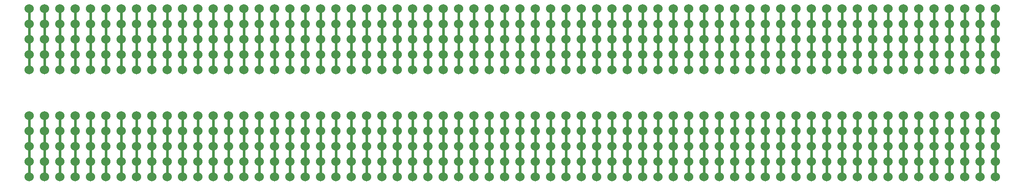
<source format=gbr>
%TF.GenerationSoftware,KiCad,Pcbnew,5.1.9-73d0e3b20d~88~ubuntu20.04.1*%
%TF.CreationDate,2021-01-27T17:20:26-06:00*%
%TF.ProjectId,ProtoPCBs,50726f74-6f50-4434-9273-2e6b69636164,rev?*%
%TF.SameCoordinates,Original*%
%TF.FileFunction,Copper,L1,Top*%
%TF.FilePolarity,Positive*%
%FSLAX46Y46*%
G04 Gerber Fmt 4.6, Leading zero omitted, Abs format (unit mm)*
G04 Created by KiCad (PCBNEW 5.1.9-73d0e3b20d~88~ubuntu20.04.1) date 2021-01-27 17:20:26*
%MOMM*%
%LPD*%
G01*
G04 APERTURE LIST*
%TA.AperFunction,ComponentPad*%
%ADD10C,1.524000*%
%TD*%
%TA.AperFunction,Conductor*%
%ADD11C,0.406400*%
%TD*%
G04 APERTURE END LIST*
D10*
%TO.P,REF\u002A\u002A,1*%
%TO.N,N/C*%
X71120000Y-83820000D03*
X228600000Y-86360000D03*
X226060000Y-86360000D03*
X223520000Y-83820000D03*
X231140000Y-91440000D03*
X226060000Y-93980000D03*
X226060000Y-91440000D03*
X208280000Y-83820000D03*
X195580000Y-88900000D03*
X160020000Y-88900000D03*
X167640000Y-83820000D03*
X175260000Y-83820000D03*
X177800000Y-91440000D03*
X177800000Y-88900000D03*
X187960000Y-91440000D03*
X180340000Y-83820000D03*
X175260000Y-91440000D03*
X160020000Y-91440000D03*
X180340000Y-88900000D03*
X187960000Y-83820000D03*
X195580000Y-93980000D03*
X193040000Y-88900000D03*
X160020000Y-93980000D03*
X203200000Y-86360000D03*
X193040000Y-91440000D03*
X210820000Y-86360000D03*
X175260000Y-88900000D03*
X190500000Y-83820000D03*
X167640000Y-93980000D03*
X198120000Y-93980000D03*
X195580000Y-83820000D03*
X165100000Y-83820000D03*
X180340000Y-86360000D03*
X154940000Y-93980000D03*
X157480000Y-88900000D03*
X218440000Y-91440000D03*
X218440000Y-88900000D03*
X218440000Y-86360000D03*
X231140000Y-93980000D03*
X220980000Y-86360000D03*
X226060000Y-88900000D03*
X185420000Y-88900000D03*
X172720000Y-91440000D03*
X190500000Y-86360000D03*
X215900000Y-93980000D03*
X213360000Y-88900000D03*
X223520000Y-86360000D03*
X213360000Y-91440000D03*
X231140000Y-86360000D03*
X218440000Y-93980000D03*
X208280000Y-93980000D03*
X177800000Y-86360000D03*
X167640000Y-91440000D03*
X190500000Y-93980000D03*
X182880000Y-91440000D03*
X182880000Y-93980000D03*
X177800000Y-93980000D03*
X162560000Y-88900000D03*
X210820000Y-83820000D03*
X195580000Y-86360000D03*
X208280000Y-91440000D03*
X200660000Y-83820000D03*
X182880000Y-88900000D03*
X165100000Y-93980000D03*
X165100000Y-88900000D03*
X154940000Y-86360000D03*
X157480000Y-93980000D03*
X170180000Y-93980000D03*
X198120000Y-83820000D03*
X193040000Y-83820000D03*
X157480000Y-86360000D03*
X71120000Y-93980000D03*
X81280000Y-86360000D03*
X134620000Y-83820000D03*
X142240000Y-91440000D03*
X142240000Y-93980000D03*
X139700000Y-91440000D03*
X139700000Y-93980000D03*
X106680000Y-93980000D03*
X106680000Y-88900000D03*
X104140000Y-83820000D03*
X93980000Y-93980000D03*
X152400000Y-83820000D03*
X152400000Y-93980000D03*
X162560000Y-86360000D03*
X215900000Y-83820000D03*
X223520000Y-91440000D03*
X223520000Y-93980000D03*
X220980000Y-91440000D03*
X220980000Y-93980000D03*
X187960000Y-93980000D03*
X187960000Y-88900000D03*
X185420000Y-83820000D03*
X175260000Y-93980000D03*
X195580000Y-91440000D03*
X200660000Y-88900000D03*
X215900000Y-91440000D03*
X220980000Y-88900000D03*
X223520000Y-88900000D03*
X203200000Y-88900000D03*
X165100000Y-86360000D03*
X172720000Y-88900000D03*
X210820000Y-88900000D03*
X182880000Y-83820000D03*
X190500000Y-91440000D03*
X152400000Y-86360000D03*
X172720000Y-86360000D03*
X172720000Y-93980000D03*
X193040000Y-86360000D03*
X114300000Y-91440000D03*
X119380000Y-88900000D03*
X170180000Y-88900000D03*
X177800000Y-83820000D03*
X134620000Y-91440000D03*
X139700000Y-88900000D03*
X142240000Y-88900000D03*
X152400000Y-88900000D03*
X121920000Y-88900000D03*
X83820000Y-86360000D03*
X91440000Y-88900000D03*
X129540000Y-88900000D03*
X101600000Y-83820000D03*
X109220000Y-91440000D03*
X71120000Y-86360000D03*
X91440000Y-86360000D03*
X154940000Y-83820000D03*
X91440000Y-93980000D03*
X205740000Y-83820000D03*
X162560000Y-93980000D03*
X111760000Y-86360000D03*
X111760000Y-93980000D03*
X99060000Y-91440000D03*
X99060000Y-93980000D03*
X83820000Y-83820000D03*
X99060000Y-86360000D03*
X73660000Y-93980000D03*
X76200000Y-88900000D03*
X167640000Y-88900000D03*
X231140000Y-88900000D03*
X213360000Y-86360000D03*
X213360000Y-93980000D03*
X228600000Y-93980000D03*
X228600000Y-83820000D03*
X215900000Y-88900000D03*
X162560000Y-83820000D03*
X193040000Y-93980000D03*
X180340000Y-91440000D03*
X180340000Y-93980000D03*
X170180000Y-91440000D03*
X231140000Y-83820000D03*
X215900000Y-86360000D03*
X228600000Y-91440000D03*
X220980000Y-83820000D03*
X218440000Y-83820000D03*
X160020000Y-83820000D03*
X175260000Y-86360000D03*
X154940000Y-91440000D03*
X165100000Y-91440000D03*
X203200000Y-91440000D03*
X203200000Y-93980000D03*
X200660000Y-91440000D03*
X200660000Y-93980000D03*
X208280000Y-86360000D03*
X226060000Y-83820000D03*
X162560000Y-91440000D03*
X208280000Y-88900000D03*
X185420000Y-91440000D03*
X182880000Y-86360000D03*
X185420000Y-86360000D03*
X205740000Y-86360000D03*
X203200000Y-83820000D03*
X210820000Y-91440000D03*
X205740000Y-93980000D03*
X205740000Y-91440000D03*
X172720000Y-83820000D03*
X187960000Y-86360000D03*
X185420000Y-93980000D03*
X157480000Y-83820000D03*
X198120000Y-91440000D03*
X198120000Y-88900000D03*
X198120000Y-86360000D03*
X210820000Y-93980000D03*
X154940000Y-88900000D03*
X170180000Y-83820000D03*
X152400000Y-91440000D03*
X170180000Y-86360000D03*
X200660000Y-86360000D03*
X205740000Y-88900000D03*
X190500000Y-88900000D03*
X167640000Y-86360000D03*
X213360000Y-83820000D03*
X228600000Y-88900000D03*
X137160000Y-91440000D03*
X137160000Y-88900000D03*
X137160000Y-86360000D03*
X149860000Y-93980000D03*
X139700000Y-86360000D03*
X144780000Y-88900000D03*
X104140000Y-88900000D03*
X91440000Y-91440000D03*
X109220000Y-86360000D03*
X134620000Y-93980000D03*
X132080000Y-88900000D03*
X142240000Y-86360000D03*
X132080000Y-91440000D03*
X149860000Y-86360000D03*
X137160000Y-93980000D03*
X127000000Y-93980000D03*
X96520000Y-86360000D03*
X86360000Y-91440000D03*
X109220000Y-93980000D03*
X101600000Y-91440000D03*
X101600000Y-93980000D03*
X96520000Y-93980000D03*
X81280000Y-88900000D03*
X147320000Y-86360000D03*
X144780000Y-86360000D03*
X142240000Y-83820000D03*
X149860000Y-91440000D03*
X144780000Y-93980000D03*
X144780000Y-91440000D03*
X127000000Y-83820000D03*
X114300000Y-88900000D03*
X78740000Y-88900000D03*
X86360000Y-83820000D03*
X93980000Y-83820000D03*
X96520000Y-91440000D03*
X96520000Y-88900000D03*
X106680000Y-91440000D03*
X99060000Y-83820000D03*
X93980000Y-91440000D03*
X78740000Y-91440000D03*
X99060000Y-88900000D03*
X106680000Y-83820000D03*
X114300000Y-93980000D03*
X111760000Y-88900000D03*
X78740000Y-93980000D03*
X121920000Y-86360000D03*
X111760000Y-91440000D03*
X129540000Y-86360000D03*
X93980000Y-88900000D03*
X109220000Y-83820000D03*
X86360000Y-93980000D03*
X157480000Y-91440000D03*
X86360000Y-88900000D03*
X149860000Y-88900000D03*
X132080000Y-86360000D03*
X132080000Y-93980000D03*
X147320000Y-93980000D03*
X147320000Y-83820000D03*
X134620000Y-88900000D03*
X81280000Y-83820000D03*
X116840000Y-93980000D03*
X114300000Y-83820000D03*
X88900000Y-91440000D03*
X149860000Y-83820000D03*
X134620000Y-86360000D03*
X147320000Y-91440000D03*
X139700000Y-83820000D03*
X137160000Y-83820000D03*
X78740000Y-83820000D03*
X93980000Y-86360000D03*
X73660000Y-91440000D03*
X83820000Y-91440000D03*
X121920000Y-91440000D03*
X121920000Y-93980000D03*
X119380000Y-91440000D03*
X119380000Y-93980000D03*
X127000000Y-86360000D03*
X144780000Y-83820000D03*
X101600000Y-86360000D03*
X104140000Y-86360000D03*
X124460000Y-86360000D03*
X121920000Y-83820000D03*
X129540000Y-91440000D03*
X124460000Y-93980000D03*
X124460000Y-91440000D03*
X91440000Y-83820000D03*
X106680000Y-86360000D03*
X104140000Y-93980000D03*
X76200000Y-83820000D03*
X116840000Y-91440000D03*
X116840000Y-88900000D03*
X116840000Y-86360000D03*
X129540000Y-93980000D03*
X73660000Y-88900000D03*
X88900000Y-83820000D03*
X71120000Y-91440000D03*
X88900000Y-86360000D03*
X119380000Y-86360000D03*
X124460000Y-88900000D03*
X109220000Y-88900000D03*
X86360000Y-86360000D03*
X132080000Y-83820000D03*
X147320000Y-88900000D03*
X129540000Y-83820000D03*
X114300000Y-86360000D03*
X127000000Y-91440000D03*
X119380000Y-83820000D03*
X101600000Y-88900000D03*
X83820000Y-93980000D03*
X83820000Y-88900000D03*
X73660000Y-86360000D03*
X76200000Y-93980000D03*
X88900000Y-93980000D03*
X116840000Y-83820000D03*
X111760000Y-83820000D03*
X127000000Y-88900000D03*
X124460000Y-83820000D03*
X160020000Y-86360000D03*
X88900000Y-88900000D03*
X104140000Y-91440000D03*
X96520000Y-83820000D03*
X81280000Y-93980000D03*
X71120000Y-88900000D03*
X76200000Y-86360000D03*
X78740000Y-86360000D03*
X73660000Y-83820000D03*
X76200000Y-91440000D03*
X81280000Y-91440000D03*
X152400000Y-66040000D03*
X152400000Y-76200000D03*
X162560000Y-68580000D03*
X215900000Y-66040000D03*
X223520000Y-73660000D03*
X223520000Y-76200000D03*
X220980000Y-73660000D03*
X220980000Y-76200000D03*
X187960000Y-76200000D03*
X187960000Y-71120000D03*
X185420000Y-66040000D03*
X175260000Y-76200000D03*
X195580000Y-73660000D03*
X200660000Y-71120000D03*
X215900000Y-73660000D03*
X220980000Y-71120000D03*
X223520000Y-71120000D03*
X203200000Y-71120000D03*
X165100000Y-68580000D03*
X172720000Y-71120000D03*
X210820000Y-71120000D03*
X182880000Y-66040000D03*
X190500000Y-73660000D03*
X152400000Y-68580000D03*
X172720000Y-68580000D03*
X172720000Y-76200000D03*
X193040000Y-68580000D03*
X193040000Y-76200000D03*
X180340000Y-73660000D03*
X180340000Y-76200000D03*
X165100000Y-66040000D03*
X180340000Y-68580000D03*
X154940000Y-76200000D03*
X157480000Y-71120000D03*
X218440000Y-73660000D03*
X218440000Y-71120000D03*
X218440000Y-68580000D03*
X231140000Y-76200000D03*
X220980000Y-68580000D03*
X226060000Y-71120000D03*
X185420000Y-71120000D03*
X172720000Y-73660000D03*
X190500000Y-68580000D03*
X215900000Y-76200000D03*
X213360000Y-71120000D03*
X223520000Y-68580000D03*
X213360000Y-73660000D03*
X231140000Y-68580000D03*
X218440000Y-76200000D03*
X208280000Y-76200000D03*
X177800000Y-68580000D03*
X167640000Y-73660000D03*
X190500000Y-76200000D03*
X182880000Y-73660000D03*
X182880000Y-76200000D03*
X177800000Y-76200000D03*
X162560000Y-71120000D03*
X228600000Y-68580000D03*
X226060000Y-68580000D03*
X223520000Y-66040000D03*
X231140000Y-73660000D03*
X226060000Y-76200000D03*
X226060000Y-73660000D03*
X208280000Y-66040000D03*
X195580000Y-71120000D03*
X160020000Y-71120000D03*
X167640000Y-66040000D03*
X175260000Y-66040000D03*
X177800000Y-73660000D03*
X177800000Y-71120000D03*
X187960000Y-73660000D03*
X180340000Y-66040000D03*
X175260000Y-73660000D03*
X160020000Y-73660000D03*
X180340000Y-71120000D03*
X187960000Y-66040000D03*
X195580000Y-76200000D03*
X193040000Y-71120000D03*
X160020000Y-76200000D03*
X203200000Y-68580000D03*
X193040000Y-73660000D03*
X210820000Y-68580000D03*
X175260000Y-71120000D03*
X190500000Y-66040000D03*
X167640000Y-76200000D03*
X167640000Y-71120000D03*
X231140000Y-71120000D03*
X213360000Y-68580000D03*
X213360000Y-76200000D03*
X228600000Y-76200000D03*
X228600000Y-66040000D03*
X215900000Y-71120000D03*
X162560000Y-66040000D03*
X198120000Y-76200000D03*
X195580000Y-66040000D03*
X170180000Y-73660000D03*
X231140000Y-66040000D03*
X215900000Y-68580000D03*
X228600000Y-73660000D03*
X220980000Y-66040000D03*
X218440000Y-66040000D03*
X160020000Y-66040000D03*
X175260000Y-68580000D03*
X154940000Y-73660000D03*
X165100000Y-73660000D03*
X203200000Y-73660000D03*
X203200000Y-76200000D03*
X200660000Y-73660000D03*
X200660000Y-76200000D03*
X208280000Y-68580000D03*
X226060000Y-66040000D03*
X182880000Y-68580000D03*
X185420000Y-68580000D03*
X205740000Y-68580000D03*
X203200000Y-66040000D03*
X210820000Y-73660000D03*
X205740000Y-76200000D03*
X205740000Y-73660000D03*
X172720000Y-66040000D03*
X187960000Y-68580000D03*
X185420000Y-76200000D03*
X157480000Y-66040000D03*
X198120000Y-73660000D03*
X198120000Y-71120000D03*
X198120000Y-68580000D03*
X210820000Y-76200000D03*
X154940000Y-71120000D03*
X170180000Y-66040000D03*
X152400000Y-73660000D03*
X170180000Y-68580000D03*
X200660000Y-68580000D03*
X205740000Y-71120000D03*
X190500000Y-71120000D03*
X167640000Y-68580000D03*
X213360000Y-66040000D03*
X228600000Y-71120000D03*
X210820000Y-66040000D03*
X195580000Y-68580000D03*
X208280000Y-73660000D03*
X200660000Y-66040000D03*
X182880000Y-71120000D03*
X165100000Y-76200000D03*
X165100000Y-71120000D03*
X154940000Y-68580000D03*
X157480000Y-76200000D03*
X170180000Y-76200000D03*
X198120000Y-66040000D03*
X193040000Y-66040000D03*
X208280000Y-71120000D03*
X205740000Y-66040000D03*
X170180000Y-71120000D03*
X185420000Y-73660000D03*
X177800000Y-66040000D03*
X162560000Y-76200000D03*
X152400000Y-71120000D03*
X157480000Y-68580000D03*
X160020000Y-68580000D03*
X154940000Y-66040000D03*
X157480000Y-73660000D03*
X162560000Y-73660000D03*
X134620000Y-73660000D03*
X139700000Y-71120000D03*
X142240000Y-71120000D03*
X149860000Y-71120000D03*
X132080000Y-68580000D03*
X132080000Y-76200000D03*
X147320000Y-76200000D03*
X147320000Y-66040000D03*
X134620000Y-71120000D03*
X134620000Y-76200000D03*
X132080000Y-71120000D03*
X142240000Y-68580000D03*
X132080000Y-73660000D03*
X149860000Y-68580000D03*
X137160000Y-76200000D03*
X134620000Y-66040000D03*
X142240000Y-73660000D03*
X142240000Y-76200000D03*
X139700000Y-73660000D03*
X139700000Y-76200000D03*
X147320000Y-68580000D03*
X144780000Y-68580000D03*
X142240000Y-66040000D03*
X149860000Y-73660000D03*
X144780000Y-76200000D03*
X144780000Y-73660000D03*
X137160000Y-73660000D03*
X137160000Y-71120000D03*
X137160000Y-68580000D03*
X149860000Y-76200000D03*
X139700000Y-68580000D03*
X144780000Y-71120000D03*
X149860000Y-66040000D03*
X134620000Y-68580000D03*
X147320000Y-73660000D03*
X139700000Y-66040000D03*
X137160000Y-66040000D03*
X132080000Y-66040000D03*
X147320000Y-71120000D03*
X144780000Y-66040000D03*
X127000000Y-76200000D03*
X127000000Y-71120000D03*
X124460000Y-66040000D03*
X114300000Y-76200000D03*
X111760000Y-71120000D03*
X121920000Y-66040000D03*
X129540000Y-73660000D03*
X111760000Y-68580000D03*
X111760000Y-76200000D03*
X119380000Y-73660000D03*
X119380000Y-76200000D03*
X119380000Y-68580000D03*
X124460000Y-71120000D03*
X111760000Y-73660000D03*
X129540000Y-68580000D03*
X116840000Y-68580000D03*
X129540000Y-76200000D03*
X121920000Y-73660000D03*
X121920000Y-76200000D03*
X116840000Y-76200000D03*
X114300000Y-66040000D03*
X116840000Y-73660000D03*
X116840000Y-71120000D03*
X127000000Y-73660000D03*
X119380000Y-66040000D03*
X114300000Y-73660000D03*
X119380000Y-71120000D03*
X127000000Y-66040000D03*
X114300000Y-71120000D03*
X129540000Y-66040000D03*
X114300000Y-68580000D03*
X121920000Y-68580000D03*
X124460000Y-68580000D03*
X111760000Y-66040000D03*
X127000000Y-68580000D03*
X124460000Y-76200000D03*
X129540000Y-71120000D03*
X121920000Y-71120000D03*
X124460000Y-73660000D03*
X116840000Y-66040000D03*
X91440000Y-66040000D03*
X91440000Y-76200000D03*
X101600000Y-68580000D03*
X104140000Y-68580000D03*
X91440000Y-68580000D03*
X104140000Y-66040000D03*
X93980000Y-76200000D03*
X96520000Y-71120000D03*
X106680000Y-73660000D03*
X101600000Y-71120000D03*
X99060000Y-71120000D03*
X106680000Y-66040000D03*
X99060000Y-73660000D03*
X99060000Y-76200000D03*
X106680000Y-76200000D03*
X106680000Y-71120000D03*
X101600000Y-66040000D03*
X109220000Y-73660000D03*
X99060000Y-66040000D03*
X93980000Y-73660000D03*
X104140000Y-73660000D03*
X96520000Y-66040000D03*
X93980000Y-71120000D03*
X109220000Y-66040000D03*
X91440000Y-73660000D03*
X109220000Y-68580000D03*
X106680000Y-68580000D03*
X104140000Y-76200000D03*
X104140000Y-71120000D03*
X93980000Y-68580000D03*
X96520000Y-76200000D03*
X109220000Y-76200000D03*
X109220000Y-71120000D03*
X101600000Y-76200000D03*
X91440000Y-71120000D03*
X96520000Y-68580000D03*
X99060000Y-68580000D03*
X93980000Y-66040000D03*
X96520000Y-73660000D03*
X101600000Y-73660000D03*
X88900000Y-73660000D03*
X88900000Y-66040000D03*
X88900000Y-76200000D03*
X88900000Y-71120000D03*
X88900000Y-68580000D03*
X86360000Y-68580000D03*
X86360000Y-66040000D03*
X86360000Y-73660000D03*
X86360000Y-76200000D03*
X86360000Y-71120000D03*
X83820000Y-68580000D03*
X83820000Y-71120000D03*
X83820000Y-66040000D03*
X83820000Y-76200000D03*
X83820000Y-73660000D03*
X81280000Y-71120000D03*
X81280000Y-73660000D03*
X81280000Y-76200000D03*
X81280000Y-66040000D03*
X81280000Y-68580000D03*
X78740000Y-71120000D03*
X78740000Y-66040000D03*
X78740000Y-76200000D03*
X78740000Y-68580000D03*
X78740000Y-73660000D03*
X76200000Y-76200000D03*
X76200000Y-73660000D03*
X76200000Y-71120000D03*
X76200000Y-68580000D03*
X76200000Y-66040000D03*
X73660000Y-66040000D03*
X73660000Y-76200000D03*
X73660000Y-68580000D03*
X73660000Y-73660000D03*
X73660000Y-71120000D03*
X71120000Y-76200000D03*
X71120000Y-73660000D03*
X71120000Y-71120000D03*
X71120000Y-68580000D03*
X71120000Y-66040000D03*
%TD*%
D11*
%TO.N,*%
X71120000Y-66040000D02*
X71120000Y-76200000D01*
X73660000Y-66040000D02*
X73660000Y-76200000D01*
X76200000Y-66040000D02*
X76200000Y-76200000D01*
X78740000Y-66040000D02*
X78740000Y-76200000D01*
X81280000Y-66040000D02*
X81280000Y-76200000D01*
X83820000Y-66040000D02*
X83820000Y-76200000D01*
X86360000Y-66040000D02*
X86360000Y-76200000D01*
X88900000Y-66040000D02*
X88900000Y-76200000D01*
X104140000Y-66040000D02*
X104140000Y-76200000D01*
X93980000Y-66040000D02*
X93980000Y-76200000D01*
X99060000Y-66040000D02*
X99060000Y-76200000D01*
X91440000Y-66040000D02*
X91440000Y-76200000D01*
X106680000Y-66040000D02*
X106680000Y-76200000D01*
X96520000Y-66040000D02*
X96520000Y-76200000D01*
X109220000Y-66040000D02*
X109220000Y-76200000D01*
X101600000Y-66040000D02*
X101600000Y-76200000D01*
X127000000Y-66040000D02*
X127000000Y-76200000D01*
X114300000Y-66040000D02*
X114300000Y-76200000D01*
X124460000Y-66040000D02*
X124460000Y-76200000D01*
X111760000Y-66040000D02*
X111760000Y-76200000D01*
X129540000Y-66040000D02*
X129540000Y-76200000D01*
X116840000Y-66040000D02*
X116840000Y-76200000D01*
X121920000Y-66040000D02*
X121920000Y-76200000D01*
X119380000Y-66040000D02*
X119380000Y-76200000D01*
X132080000Y-66040000D02*
X132080000Y-76200000D01*
X149860000Y-66040000D02*
X149860000Y-76200000D01*
X137160000Y-66040000D02*
X137160000Y-76200000D01*
X144780000Y-66040000D02*
X144780000Y-76200000D01*
X147320000Y-66040000D02*
X147320000Y-76200000D01*
X134620000Y-66040000D02*
X134620000Y-76200000D01*
X139700000Y-66040000D02*
X139700000Y-76200000D01*
X142240000Y-66040000D02*
X142240000Y-76200000D01*
X167640000Y-66040000D02*
X167640000Y-76200000D01*
X160020000Y-66040000D02*
X160020000Y-76200000D01*
X170180000Y-66040000D02*
X170180000Y-76200000D01*
X165100000Y-66040000D02*
X165100000Y-76200000D01*
X157480000Y-66040000D02*
X157480000Y-76200000D01*
X154940000Y-66040000D02*
X154940000Y-76200000D01*
X162560000Y-66040000D02*
X162560000Y-76200000D01*
X152400000Y-66040000D02*
X152400000Y-76200000D01*
X177800000Y-66040000D02*
X177800000Y-76200000D01*
X180340000Y-66040000D02*
X180340000Y-76200000D01*
X187960000Y-66040000D02*
X187960000Y-76200000D01*
X172720000Y-66040000D02*
X172720000Y-76200000D01*
X190500000Y-66040000D02*
X190500000Y-76200000D01*
X182880000Y-66040000D02*
X182880000Y-76200000D01*
X185420000Y-66040000D02*
X185420000Y-76200000D01*
X175260000Y-66040000D02*
X175260000Y-76200000D01*
X203200000Y-66040000D02*
X203200000Y-76200000D01*
X193040000Y-66040000D02*
X193040000Y-76200000D01*
X200660000Y-66040000D02*
X200660000Y-76200000D01*
X205740000Y-66040000D02*
X205740000Y-76200000D01*
X195580000Y-66040000D02*
X195580000Y-76200000D01*
X208280000Y-66040000D02*
X208280000Y-76200000D01*
X198120000Y-66040000D02*
X198120000Y-76200000D01*
X210820000Y-66040000D02*
X210820000Y-76200000D01*
X215900000Y-66040000D02*
X215900000Y-76200000D01*
X218440000Y-66040000D02*
X218440000Y-76200000D01*
X220980000Y-66040000D02*
X220980000Y-76200000D01*
X228600000Y-66040000D02*
X228600000Y-76200000D01*
X223520000Y-66040000D02*
X223520000Y-76200000D01*
X213360000Y-66040000D02*
X213360000Y-76200000D01*
X231140000Y-66040000D02*
X231140000Y-76200000D01*
X226060000Y-66040000D02*
X226060000Y-76200000D01*
X147320000Y-83820000D02*
X147320000Y-93980000D01*
X157480000Y-83820000D02*
X157480000Y-93980000D01*
X195580000Y-83820000D02*
X195580000Y-93980000D01*
X111760000Y-83820000D02*
X111760000Y-93980000D01*
X213360000Y-83820000D02*
X213360000Y-93980000D01*
X139700000Y-83820000D02*
X139700000Y-93980000D01*
X182880000Y-83820000D02*
X182880000Y-93980000D01*
X83820000Y-83820000D02*
X83820000Y-93980000D01*
X149860000Y-83820000D02*
X149860000Y-93980000D01*
X73660000Y-83820000D02*
X73660000Y-93980000D01*
X172720000Y-83820000D02*
X172720000Y-93980000D01*
X220980000Y-83820000D02*
X220980000Y-93980000D01*
X78740000Y-83820000D02*
X78740000Y-93980000D01*
X180340000Y-83820000D02*
X180340000Y-93980000D01*
X160020000Y-83820000D02*
X160020000Y-93980000D01*
X106680000Y-83820000D02*
X106680000Y-93980000D01*
X93980000Y-83820000D02*
X93980000Y-93980000D01*
X129540000Y-83820000D02*
X129540000Y-93980000D01*
X228600000Y-83820000D02*
X228600000Y-93980000D01*
X104140000Y-83820000D02*
X104140000Y-93980000D01*
X116840000Y-83820000D02*
X116840000Y-93980000D01*
X124460000Y-83820000D02*
X124460000Y-93980000D01*
X167640000Y-83820000D02*
X167640000Y-93980000D01*
X198120000Y-83820000D02*
X198120000Y-93980000D01*
X91440000Y-83820000D02*
X91440000Y-93980000D01*
X218440000Y-83820000D02*
X218440000Y-93980000D01*
X200660000Y-83820000D02*
X200660000Y-93980000D01*
X208280000Y-83820000D02*
X208280000Y-93980000D01*
X185420000Y-83820000D02*
X185420000Y-93980000D01*
X127000000Y-83820000D02*
X127000000Y-93980000D01*
X114300000Y-83820000D02*
X114300000Y-93980000D01*
X175260000Y-83820000D02*
X175260000Y-93980000D01*
X152400000Y-83820000D02*
X152400000Y-93980000D01*
X71120000Y-83820000D02*
X71120000Y-93980000D01*
X144780000Y-83820000D02*
X144780000Y-93980000D01*
X187960000Y-83820000D02*
X187960000Y-93980000D01*
X170180000Y-83820000D02*
X170180000Y-93980000D01*
X203200000Y-83820000D02*
X203200000Y-93980000D01*
X177800000Y-83820000D02*
X177800000Y-93980000D01*
X162560000Y-83820000D02*
X162560000Y-93980000D01*
X86360000Y-83820000D02*
X86360000Y-93980000D01*
X137160000Y-83820000D02*
X137160000Y-93980000D01*
X231140000Y-83820000D02*
X231140000Y-93980000D01*
X134620000Y-83820000D02*
X134620000Y-93980000D01*
X119380000Y-83820000D02*
X119380000Y-93980000D01*
X190500000Y-83820000D02*
X190500000Y-93980000D01*
X165100000Y-83820000D02*
X165100000Y-93980000D01*
X226060000Y-83820000D02*
X226060000Y-93980000D01*
X193040000Y-83820000D02*
X193040000Y-93980000D01*
X210820000Y-83820000D02*
X210820000Y-93980000D01*
X109220000Y-83820000D02*
X109220000Y-93980000D01*
X96520000Y-83820000D02*
X96520000Y-93980000D01*
X121920000Y-83820000D02*
X121920000Y-93980000D01*
X76200000Y-83820000D02*
X76200000Y-93980000D01*
X142240000Y-83820000D02*
X142240000Y-93980000D01*
X132080000Y-83820000D02*
X132080000Y-93980000D01*
X205740000Y-83820000D02*
X205740000Y-93980000D01*
X101600000Y-83820000D02*
X101600000Y-93980000D01*
X154940000Y-83820000D02*
X154940000Y-93980000D01*
X88900000Y-83820000D02*
X88900000Y-93980000D01*
X223520000Y-83820000D02*
X223520000Y-93980000D01*
X215900000Y-83820000D02*
X215900000Y-93980000D01*
X99060000Y-83820000D02*
X99060000Y-93980000D01*
X81280000Y-83820000D02*
X81280000Y-93980000D01*
%TD*%
M02*

</source>
